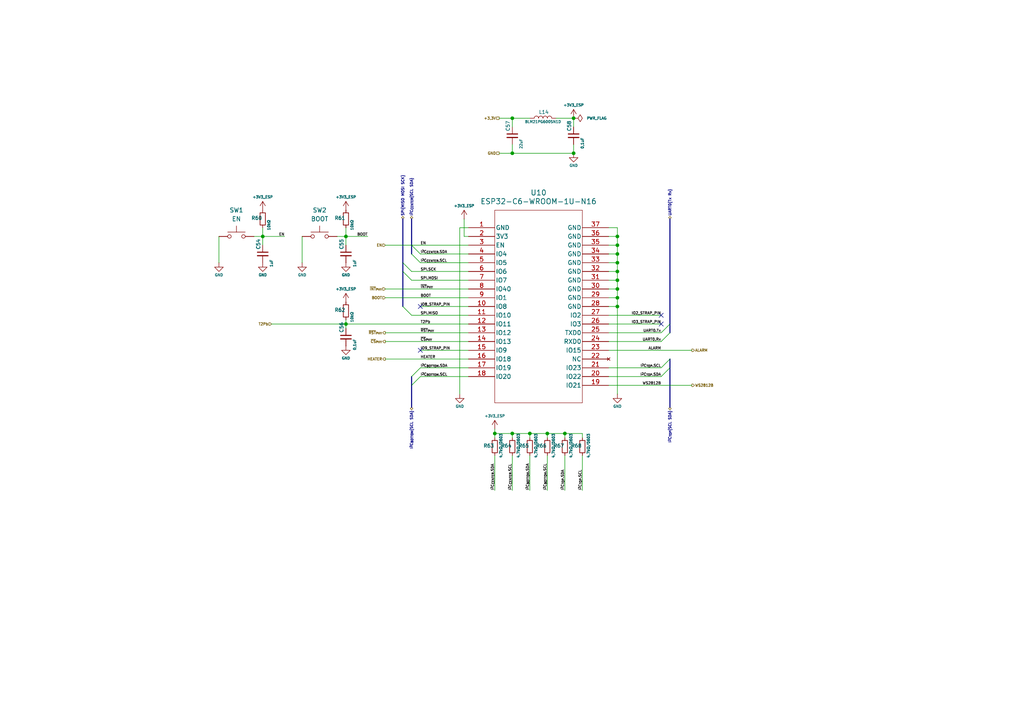
<source format=kicad_sch>
(kicad_sch (version 20250114) (generator "eeschema") (generator_version "9.0")
  (paper "A4")
  (title_block (title "Czujnik parametrów środowiskowych") (date "2026-01-20") (rev "1.0") (company "MarPi82"))
  (lib_symbols
    (symbol "Device:C_Small" (pin_numbers (hide yes)) (pin_names (offset 0.254) (hide yes))
      (property "Reference" "C" (at 0.254 1.778 0))
      (property "Value" "C_Small" (at 0.254 -2.032 0))
      (symbol "C_Small_0_1"
        (polyline (pts (xy -1.524 0.508) (xy 1.524 0.508)) (stroke (width 0.3048)))
        (polyline (pts (xy -1.524 -0.508) (xy 1.524 -0.508)) (stroke (width 0.3302)))
      )
      (symbol "C_Small_1_1"
        (pin passive line (at 0 2.54 270) (length 2.032) (name "~") (number "1"))
        (pin passive line (at 0 -2.54 90) (length 2.032) (name "~") (number "2"))
      )
    )
    (symbol "Device:L" (pin_numbers (hide yes)) (pin_names (offset 1.016) (hide yes))
      (property "Reference" "L" (at -1.27 0 90))
      (property "Value" "L" (at 1.905 0 90))
      (symbol "L_0_1"
        (arc (start 0 2.54) (mid 0.6323 1.905) (end 0 1.27))
        (arc (start 0 1.27) (mid 0.6323 0.635) (end 0 0))
        (arc (start 0 0) (mid 0.6323 -0.635) (end 0 -1.27))
        (arc (start 0 -1.27) (mid 0.6323 -1.905) (end 0 -2.54))
      )
      (symbol "L_1_1"
        (pin passive line (at 0 3.81 270) (length 1.27) (name "1") (number "1"))
        (pin passive line (at 0 -3.81 90) (length 1.27) (name "2") (number "2"))
      )
    )
    (symbol "Device:R_Small" (pin_numbers (hide yes)) (pin_names (offset 0.254) (hide yes))
      (property "Reference" "R" (at 0 0 90))
      (property "Value" "R_Small" (at 1.778 0 90))
      (symbol "R_Small_0_1"
        (rectangle (start -0.762 1.778) (end 0.762 -1.778) (stroke (width 0.2032)))
      )
      (symbol "R_Small_1_1"
        (pin passive line (at 0 2.54 270) (length 0.762) (name "~") (number "1"))
        (pin passive line (at 0 -2.54 90) (length 0.762) (name "~") (number "2"))
      )
    )
    (symbol "MarPi82:ESP32-C6-WROOM-1U" (pin_names (offset 0.254))
      (property "Reference" "U" (at 20.32 10.16 0))
      (property "Value" "ESP32-C6-WROOM-1U" (at 20.32 7.62 0))
      (symbol "ESP32-C6-WROOM-1U_0_1"
        (polyline (pts (xy 7.62 5.08) (xy 7.62 -50.8)) (stroke (width 0.127)))
        (polyline (pts (xy 7.62 -50.8) (xy 33.02 -50.8)) (stroke (width 0.127)))
        (polyline (pts (xy 33.02 5.08) (xy 7.62 5.08)) (stroke (width 0.127)))
        (polyline (pts (xy 33.02 -50.8) (xy 33.02 5.08)) (stroke (width 0.127)))
        (pin power_in line (at 0 -2.54 0) (length 7.62) (name "3V3") (number "2"))
        (pin input line (at 0 -5.08 0) (length 7.62) (name "EN") (number "3"))
        (pin bidirectional line (at 0 -7.62 0) (length 7.62) (name "IO4") (number "4"))
        (pin bidirectional line (at 0 -10.16 0) (length 7.62) (name "IO5") (number "5"))
        (pin bidirectional line (at 0 -12.7 0) (length 7.62) (name "IO6") (number "6"))
        (pin bidirectional line (at 0 -15.24 0) (length 7.62) (name "IO7") (number "7"))
        (pin bidirectional line (at 0 -17.78 0) (length 7.62) (name "IO40") (number "8"))
        (pin bidirectional line (at 0 -20.32 0) (length 7.62) (name "IO1") (number "9"))
        (pin bidirectional line (at 0 -22.86 0) (length 7.62) (name "IO8") (number "10"))
        (pin bidirectional line (at 0 -25.4 0) (length 7.62) (name "IO10") (number "11"))
        (pin bidirectional line (at 0 -27.94 0) (length 7.62) (name "IO11") (number "12"))
        (pin bidirectional line (at 0 -30.48 0) (length 7.62) (name "IO12") (number "13"))
        (pin bidirectional line (at 0 -33.02 0) (length 7.62) (name "IO13") (number "14"))
        (pin bidirectional line (at 0 -35.56 0) (length 7.62) (name "IO9") (number "15"))
        (pin bidirectional line (at 0 -38.1 0) (length 7.62) (name "IO18") (number "16"))
        (pin bidirectional line (at 0 -40.64 0) (length 7.62) (name "IO19") (number "17"))
        (pin bidirectional line (at 0 -43.18 0) (length 7.62) (name "IO20") (number "18"))
        (pin bidirectional line (at 40.64 -25.4 180) (length 7.62) (name "IO2") (number "27"))
        (pin bidirectional line (at 40.64 -27.94 180) (length 7.62) (name "IO3") (number "26"))
        (pin bidirectional line (at 40.64 -30.48 180) (length 7.62) (name "TXD0") (number "25"))
        (pin bidirectional line (at 40.64 -33.02 180) (length 7.62) (name "RXD0") (number "24"))
        (pin bidirectional line (at 40.64 -35.56 180) (length 7.62) (name "IO15") (number "23"))
        (pin no_connect line (at 40.64 -38.1 180) (length 7.62) (name "NC") (number "22"))
        (pin bidirectional line (at 40.64 -40.64 180) (length 7.62) (name "IO23") (number "21"))
        (pin bidirectional line (at 40.64 -43.18 180) (length 7.62) (name "IO22") (number "20"))
        (pin bidirectional line (at 40.64 -45.72 180) (length 7.62) (name "IO21") (number "19"))
      )
      (symbol "ESP32-C6-WROOM-1U_1_1"
        (pin power_in line (at 0 0 0) (length 7.62) (name "GND") (number "1"))
        (pin power_in line (at 40.64 0 180) (length 7.62) (name "GND") (number "37"))
        (pin power_in line (at 40.64 -2.54 180) (length 7.62) (name "GND") (number "36"))
        (pin power_in line (at 40.64 -5.08 180) (length 7.62) (name "GND") (number "35"))
        (pin power_in line (at 40.64 -7.62 180) (length 7.62) (name "GND") (number "34"))
        (pin power_in line (at 40.64 -10.16 180) (length 7.62) (name "GND") (number "33"))
        (pin power_in line (at 40.64 -12.7 180) (length 7.62) (name "GND") (number "32"))
        (pin power_in line (at 40.64 -15.24 180) (length 7.62) (name "GND") (number "31"))
        (pin power_in line (at 40.64 -17.78 180) (length 7.62) (name "GND") (number "30"))
        (pin power_in line (at 40.64 -20.32 180) (length 7.62) (name "GND") (number "29"))
        (pin power_in line (at 40.64 -22.86 180) (length 7.62) (name "GND") (number "28"))
      )
    )
    (symbol "Switch:SW_Push" (pin_numbers (hide yes)) (pin_names (offset 1.016) (hide yes))
      (property "Reference" "SW" (at 1.27 2.54 0))
      (property "Value" "SW_Push" (at 0 -1.524 0))
      (symbol "SW_Push_0_1"
        (circle (center -2.032 0) (radius 0.508))
        (polyline (pts (xy 0 1.27) (xy 0 3.048)))
        (circle (center 2.032 0) (radius 0.508))
        (polyline (pts (xy 2.54 1.27) (xy -2.54 1.27)))
        (pin passive line (at -5.08 0 0) (length 2.54) (name "1") (number "1"))
        (pin passive line (at 5.08 0 180) (length 2.54) (name "2") (number "2"))
      )
    )
    (symbol "power:+3V3" (power) (pin_numbers (hide yes)) (pin_names (offset 0) (hide yes))
      (property "Value" "+3V3" (at 0 3.556 0))
      (symbol "+3V3_0_1"
        (polyline (pts (xy -0.762 1.27) (xy 0 2.54)))
        (polyline (pts (xy 0 2.54) (xy 0.762 1.27)))
        (polyline (pts (xy 0 0) (xy 0 2.54)))
      )
      (symbol "+3V3_1_1"
        (pin power_in line (at 0 0 90) (length 0) (name "~") (number "1"))
      )
    )
    (symbol "power:GND" (power) (pin_numbers (hide yes)) (pin_names (offset 0) (hide yes))
      (property "Value" "GND" (at 0 -3.81 0))
      (symbol "GND_0_1"
        (polyline (pts (xy 0 0) (xy 0 -1.27) (xy 1.27 -1.27) (xy 0 -2.54) (xy -1.27 -1.27) (xy 0 -1.27)))
      )
      (symbol "GND_1_1"
        (pin power_in line (at 0 0 270) (length 0) (name "~") (number "1"))
      )
    )
    (symbol "power:PWR_FLAG" (power) (pin_numbers (hide yes)) (pin_names (offset 0) (hide yes))
      (property "Value" "PWR_FLAG" (at 0 3.81 0))
      (symbol "PWR_FLAG_0_0"
        (pin power_out line (at 0 0 90) (length 0) (name "~") (number "1"))
      )
      (symbol "PWR_FLAG_0_1"
        (polyline (pts (xy 0 0) (xy 0 1.27) (xy -1.016 1.905) (xy 0 2.54) (xy 1.016 1.905) (xy 0 1.27)))
      )
    )
  )
  (junction (at 179.07 86.36))
  (junction (at 179.07 88.9))
  (junction (at 143.51 125.73))
  (junction (at 100.33 68.58))
  (junction (at 179.07 76.2))
  (junction (at 179.07 73.66))
  (junction (at 153.67 125.73))
  (junction (at 148.59 125.73))
  (junction (at 179.07 78.74))
  (junction (at 148.59 34.29))
  (junction (at 179.07 71.12))
  (junction (at 158.75 125.73))
  (junction (at 179.07 68.58))
  (junction (at 163.83 125.73))
  (junction (at 148.59 44.45))
  (junction (at 100.33 93.98))
  (junction (at 166.37 34.29))
  (junction (at 76.2 68.58))
  (junction (at 179.07 81.28))
  (junction (at 179.07 83.82))
  (junction (at 166.37 44.45))
  (no_connect (at 121.92 101.6))
  (no_connect (at 191.77 91.44))
  (no_connect (at 191.77 93.98))
  (no_connect (at 121.92 88.9))
  (bus_entry (at 116.84 76.2) (size 2.54 2.54))
  (bus_entry (at 116.84 88.9) (size 2.54 2.54))
  (bus_entry (at 119.38 109.22) (size 2.54 -2.54))
  (bus_entry (at 116.84 78.74) (size 2.54 2.54))
  (bus_entry (at 119.38 71.12) (size 2.54 2.54))
  (bus_entry (at 191.77 109.22) (size 2.54 -2.54))
  (bus_entry (at 191.77 106.68) (size 2.54 -2.54))
  (bus_entry (at 119.38 111.76) (size 2.54 -2.54))
  (bus_entry (at 191.77 99.06) (size 2.54 -2.54))
  (bus_entry (at 191.77 96.52) (size 2.54 -2.54))
  (bus_entry (at 119.38 73.66) (size 2.54 2.54))
  (wire (pts (xy 179.07 76.2) (xy 179.07 78.74)))
  (wire (pts (xy 176.53 66.04) (xy 179.07 66.04)))
  (wire (pts (xy 168.91 127) (xy 168.91 125.73)))
  (wire (pts (xy 176.53 106.68) (xy 191.77 106.68)))
  (wire (pts (xy 179.07 71.12) (xy 179.07 73.66)))
  (wire (pts (xy 73.66 68.58) (xy 76.2 68.58)))
  (wire (pts (xy 176.53 111.76) (xy 200.66 111.76)))
  (wire (pts (xy 111.76 86.36) (xy 135.89 86.36)))
  (wire (pts (xy 100.33 93.98) (xy 100.33 92.71)))
  (wire (pts (xy 76.2 68.58) (xy 76.2 71.12)))
  (wire (pts (xy 97.79 68.58) (xy 100.33 68.58)))
  (wire (pts (xy 87.63 68.58) (xy 87.63 76.2)))
  (wire (pts (xy 63.5 68.58) (xy 63.5 76.2)))
  (wire (pts (xy 148.59 132.08) (xy 148.59 142.24)))
  (bus (pts (xy 194.31 63.5) (xy 194.31 93.98)))
  (wire (pts (xy 148.59 34.29) (xy 153.67 34.29)))
  (wire (pts (xy 176.53 88.9) (xy 179.07 88.9)))
  (wire (pts (xy 153.67 125.73) (xy 148.59 125.73)))
  (wire (pts (xy 111.76 83.82) (xy 135.89 83.82)))
  (wire (pts (xy 179.07 68.58) (xy 179.07 71.12)))
  (wire (pts (xy 176.53 83.82) (xy 179.07 83.82)))
  (bus (pts (xy 194.31 104.14) (xy 194.31 106.68)))
  (wire (pts (xy 163.83 125.73) (xy 163.83 127)))
  (wire (pts (xy 176.53 68.58) (xy 179.07 68.58)))
  (wire (pts (xy 100.33 68.58) (xy 106.68 68.58)))
  (wire (pts (xy 100.33 95.25) (xy 100.33 93.98)))
  (wire (pts (xy 100.33 68.58) (xy 100.33 71.12)))
  (wire (pts (xy 78.74 93.98) (xy 100.33 93.98)))
  (wire (pts (xy 119.38 78.74) (xy 135.89 78.74)))
  (wire (pts (xy 176.53 71.12) (xy 179.07 71.12)))
  (wire (pts (xy 76.2 66.04) (xy 76.2 68.58)))
  (wire (pts (xy 143.51 132.08) (xy 143.51 142.24)))
  (wire (pts (xy 179.07 88.9) (xy 179.07 114.3)))
  (wire (pts (xy 121.92 106.68) (xy 135.89 106.68)))
  (bus (pts (xy 194.31 93.98) (xy 194.31 96.52)))
  (wire (pts (xy 111.76 104.14) (xy 135.89 104.14)))
  (wire (pts (xy 135.89 68.58) (xy 134.62 68.58)))
  (wire (pts (xy 176.53 96.52) (xy 191.77 96.52)))
  (wire (pts (xy 179.07 78.74) (xy 179.07 81.28)))
  (wire (pts (xy 176.53 81.28) (xy 179.07 81.28)))
  (bus (pts (xy 116.84 76.2) (xy 116.84 78.74)))
  (wire (pts (xy 121.92 73.66) (xy 135.89 73.66)))
  (wire (pts (xy 144.78 44.45) (xy 148.59 44.45)))
  (bus (pts (xy 119.38 71.12) (xy 119.38 73.66)))
  (wire (pts (xy 168.91 132.08) (xy 168.91 142.24)))
  (bus (pts (xy 194.31 106.68) (xy 194.31 118.11)))
  (wire (pts (xy 176.53 99.06) (xy 191.77 99.06)))
  (wire (pts (xy 176.53 86.36) (xy 179.07 86.36)))
  (wire (pts (xy 163.83 125.73) (xy 158.75 125.73)))
  (wire (pts (xy 176.53 78.74) (xy 179.07 78.74)))
  (wire (pts (xy 166.37 34.29) (xy 166.37 36.83)))
  (wire (pts (xy 111.76 71.12) (xy 119.38 71.12)))
  (wire (pts (xy 176.53 76.2) (xy 179.07 76.2)))
  (wire (pts (xy 176.53 101.6) (xy 200.66 101.6)))
  (wire (pts (xy 176.53 91.44) (xy 191.77 91.44)))
  (bus (pts (xy 116.84 78.74) (xy 116.84 88.9)))
  (wire (pts (xy 148.59 36.83) (xy 148.59 34.29)))
  (wire (pts (xy 143.51 124.46) (xy 143.51 125.73)))
  (wire (pts (xy 148.59 41.91) (xy 148.59 44.45)))
  (wire (pts (xy 121.92 101.6) (xy 135.89 101.6)))
  (wire (pts (xy 143.51 125.73) (xy 143.51 127)))
  (wire (pts (xy 176.53 93.98) (xy 191.77 93.98)))
  (bus (pts (xy 119.38 109.22) (xy 119.38 111.76)))
  (bus (pts (xy 116.84 63.5) (xy 116.84 76.2)))
  (wire (pts (xy 121.92 76.2) (xy 135.89 76.2)))
  (wire (pts (xy 158.75 132.08) (xy 158.75 142.24)))
  (wire (pts (xy 148.59 125.73) (xy 148.59 127)))
  (wire (pts (xy 100.33 66.04) (xy 100.33 68.58)))
  (wire (pts (xy 166.37 44.45) (xy 166.37 41.91)))
  (wire (pts (xy 153.67 125.73) (xy 153.67 127)))
  (wire (pts (xy 179.07 66.04) (xy 179.07 68.58)))
  (wire (pts (xy 176.53 109.22) (xy 191.77 109.22)))
  (wire (pts (xy 111.76 99.06) (xy 135.89 99.06)))
  (wire (pts (xy 158.75 125.73) (xy 153.67 125.73)))
  (wire (pts (xy 119.38 91.44) (xy 135.89 91.44)))
  (wire (pts (xy 179.07 81.28) (xy 179.07 83.82)))
  (wire (pts (xy 148.59 44.45) (xy 166.37 44.45)))
  (wire (pts (xy 148.59 125.73) (xy 143.51 125.73)))
  (wire (pts (xy 179.07 86.36) (xy 179.07 88.9)))
  (wire (pts (xy 135.89 66.04) (xy 133.35 66.04)))
  (wire (pts (xy 134.62 68.58) (xy 134.62 63.5)))
  (wire (pts (xy 179.07 83.82) (xy 179.07 86.36)))
  (wire (pts (xy 144.78 34.29) (xy 148.59 34.29)))
  (wire (pts (xy 153.67 132.08) (xy 153.67 142.24)))
  (wire (pts (xy 121.92 88.9) (xy 135.89 88.9)))
  (wire (pts (xy 119.38 81.28) (xy 135.89 81.28)))
  (bus (pts (xy 119.38 63.5) (xy 119.38 71.12)))
  (wire (pts (xy 100.33 93.98) (xy 135.89 93.98)))
  (bus (pts (xy 119.38 111.76) (xy 119.38 118.11)))
  (wire (pts (xy 121.92 109.22) (xy 135.89 109.22)))
  (wire (pts (xy 161.29 34.29) (xy 166.37 34.29)))
  (wire (pts (xy 76.2 68.58) (xy 82.55 68.58)))
  (wire (pts (xy 163.83 132.08) (xy 163.83 142.24)))
  (wire (pts (xy 133.35 66.04) (xy 133.35 114.3)))
  (wire (pts (xy 119.38 71.12) (xy 135.89 71.12)))
  (wire (pts (xy 179.07 73.66) (xy 179.07 76.2)))
  (wire (pts (xy 168.91 125.73) (xy 163.83 125.73)))
  (wire (pts (xy 111.76 96.52) (xy 135.89 96.52)))
  (wire (pts (xy 158.75 127) (xy 158.75 125.73)))
  (wire (pts (xy 176.53 73.66) (xy 179.07 73.66)))
  (label "EN" (at 82.55 68.58 180) (effects (font (size 0.762 0.762))))
  (label "WS2812B" (at 191.77 111.76 180) (effects (font (size 0.762 0.762))))
  (label "IO8_STRAP_PIN" (at 121.92 88.9 0) (effects (font (size 0.762 0.762))))
  (label "I^{2}C_{TOP}.SDA" (at 163.83 142.24 90) (effects (font (size 0.762 0.762))))
  (label "SPI.SCK" (at 121.92 78.74 0) (effects (font (size 0.762 0.762))))
  (label "~{RST}_{PHY}" (at 121.92 96.52 0) (effects (font (size 0.762 0.762))))
  (label "I^{2}C_{CENTER}.SCL" (at 148.59 142.24 90) (effects (font (size 0.762 0.762))))
  (label "HEATER" (at 121.92 104.14 0) (effects (font (size 0.762 0.762))))
  (label "ALARM" (at 191.77 101.6 180) (effects (font (size 0.762 0.762))))
  (label "IO3_STRAP_PIN" (at 191.77 93.98 180) (effects (font (size 0.762 0.762))))
  (label "~{INT}_{PHY}" (at 121.92 83.82 0) (effects (font (size 0.762 0.762))))
  (label "I^{2}C_{TOP}.SDA" (at 191.77 109.22 180) (effects (font (size 0.762 0.762))))
  (label "I^{2}C_{CENTER}.SDA" (at 143.51 142.24 90) (effects (font (size 0.762 0.762))))
  (label "I^{2}C_{BOTTOM}.SDA" (at 153.67 142.24 90) (effects (font (size 0.762 0.762))))
  (label "EN" (at 121.92 71.12 0) (effects (font (size 0.762 0.762))))
  (label "~{CS}_{PHY}" (at 121.92 99.06 0) (effects (font (size 0.762 0.762))))
  (label "I^{2}C_{BOTTOM}.SDA" (at 121.92 106.68 0) (effects (font (size 0.762 0.762))))
  (label "I^{2}C_{CENTER}.SDA" (at 121.92 73.66 0) (effects (font (size 0.762 0.762))))
  (label "I^{2}C_{BOTTOM}.SCL" (at 158.75 142.24 90) (effects (font (size 0.762 0.762))))
  (label "I^{2}C_{CENTER}.SCL" (at 121.92 76.2 0) (effects (font (size 0.762 0.762))))
  (label "SPI.MOSI" (at 121.92 81.28 0) (effects (font (size 0.762 0.762))))
  (label "UART0.Tx" (at 191.77 96.52 180) (effects (font (size 0.762 0.762))))
  (label "BOOT" (at 121.92 86.36 0) (effects (font (size 0.762 0.762))))
  (label "I^{2}C_{BOTTOM}.SCL" (at 121.92 109.22 0) (effects (font (size 0.762 0.762))))
  (label "BOOT" (at 106.68 68.58 180) (effects (font (size 0.762 0.762))))
  (label "I^{2}C_{TOP}.SCL" (at 168.91 142.24 90) (effects (font (size 0.762 0.762))))
  (label "SPI.MISO" (at 121.92 91.44 0) (effects (font (size 0.762 0.762))))
  (label "T2Pb" (at 121.92 93.98 0) (effects (font (size 0.762 0.762))))
  (label "IO2_STRAP_PIN" (at 191.77 91.44 180) (effects (font (size 0.762 0.762))))
  (label "I^{2}C_{TOP}.SCL" (at 191.77 106.68 180) (effects (font (size 0.762 0.762))))
  (label "IO9_STRAP_PIN" (at 121.92 101.6 0) (effects (font (size 0.762 0.762))))
  (label "UART0.Rx" (at 191.77 99.06 180) (effects (font (size 0.762 0.762))))
  (hierarchical_label "~{INT}_{PHY}" (shape input) (at 111.76 83.82 180) (effects (font (size 0.762 0.762))))
  (hierarchical_label "WS2812B" (shape output) (at 200.66 111.76 0) (effects (font (size 0.762 0.762))))
  (hierarchical_label "T2Pb" (shape input) (at 78.74 93.98 180) (effects (font (size 0.762 0.762))))
  (hierarchical_label "HEATER" (shape output) (at 111.76 104.14 180) (effects (font (size 0.762 0.762))))
  (hierarchical_label "~{RST}_{PHY}" (shape output) (at 111.76 96.52 180) (effects (font (size 0.762 0.762))))
  (hierarchical_label "GND" (shape passive) (at 144.78 44.45 180) (effects (font (size 0.762 0.762))))
  (hierarchical_label "UART0{Tx Rx}" (shape bidirectional) (at 194.31 63.5 90) (effects (font (size 0.762 0.762))))
  (hierarchical_label "I^{2}C_{CENTER}{SCL SDA}" (shape tri_state) (at 119.38 63.5 90) (effects (font (size 0.762 0.762))))
  (hierarchical_label "+3,3V" (shape passive) (at 144.78 34.29 180) (effects (font (size 0.762 0.762))))
  (hierarchical_label "ALARM" (shape output) (at 200.66 101.6 0) (effects (font (size 0.762 0.762))))
  (hierarchical_label "~{CS}_{PHY}" (shape output) (at 111.76 99.06 180) (effects (font (size 0.762 0.762))))
  (hierarchical_label "BOOT" (shape input) (at 111.76 86.36 180) (effects (font (size 0.762 0.762))))
  (hierarchical_label "I^{2}C_{BOTTOM}{SCL SDA}" (shape tri_state) (at 119.38 118.11 270) (effects (font (size 0.762 0.762))))
  (hierarchical_label "SPI{MISO MOSI SCK}" (shape tri_state) (at 116.84 63.5 90) (effects (font (size 0.762 0.762))))
  (hierarchical_label "EN" (shape input) (at 111.76 71.12 180) (effects (font (size 0.762 0.762))))
  (hierarchical_label "I^{2}C_{TOP}{SCL SDA}" (shape tri_state) (at 194.31 118.11 270) (effects (font (size 0.762 0.762))))
  (symbol (lib_id "power:+3V3") (at 166.37 34.29 0) (unit 1)
    (property "Reference" "#PWR088" (effects (hide yes)))
    (property "Value" "+3V3_ESP" (at 166.37 30.48 0) (effects (font (size 0.762 0.762))))
    (property "Description" "Power symbol creates a global label with name \"+3V3\"" (effects (hide yes)))
  )
  (symbol (lib_id "MarPi82:ESP32-C6-WROOM-1U") (at 135.89 66.04 0) (unit 1)
    (property "Reference" "U10" (at 156.21 55.88 0) (effects (font (size 1.524 1.524))))
    (property "Value" "ESP32-C6-WROOM-1U-N16" (at 156.21 58.42 0) (effects (font (size 1.524 1.524))))
    (property "Footprint" "MarPi82:ESP32-C6-WROOM-1U" (effects (hide yes)))
    (property "Datasheet" "ESP32-C6-WROOM-1U" (effects (hide yes)))
    (property "Part name" "ESP32-C6-WROOM-1U-N16" (effects (hide yes)))
  )
  (symbol (lib_id "Switch:SW_Push") (at 92.71 68.58 0) (unit 1)
    (property "Reference" "SW2" (at 92.71 60.96 0))
    (property "Value" "BOOT" (at 92.71 63.5 0))
    (property "Footprint" "Button_Switch_SMD:SW_SPST_FSMSM" (effects (hide yes)))
    (property "Description" "Tactile Switch SPST-NO Top Actuated Surface Mount" (effects (hide yes)))
    (property "Part name" "FSMSM" (effects (hide yes)))
  )
  (symbol (lib_id "power:GND") (at 100.33 76.2 0) (unit 1)
    (property "Reference" "#PWR082" (effects (hide yes)))
    (property "Value" "GND" (at 100.33 79.756 0) (effects (font (size 0.762 0.762))))
    (property "Description" "Power symbol creates a global label with name \"GND\" , ground" (effects (hide yes)))
  )
  (symbol (lib_id "Device:C_Small") (at 148.59 39.37 0) (unit 1)
    (property "Reference" "C57" (at 147.32 38.1 90) (effects (font (size 1.016 1.016)) (justify left)))
    (property "Value" "22uF" (at 151.13 43.18 90) (effects (font (size 0.762 0.762)) (justify left)))
    (property "Footprint" "Capacitor_SMD:C_1210_3225Metric" (effects (hide yes)))
    (property "Description" "Unpolarized capacitor, small symbol" (effects (hide yes)))
    (property "DigiKey_Part_Number" "1276-3392-1-ND" (effects (hide yes)))
    (property "Manufacturer_Name" "CL32B226KAJNNNE" (effects (hide yes)))
    (property "Manufacturer_Part_Number" "Samsung" (effects (hide yes)))
    (property "PACKAGE" "2110" (effects (hide yes)))
    (property "Rated_Voltage" "25V" (effects (hide yes)))
    (property "Temperature_Coefficient" "X7R" (effects (hide yes)))
  )
  (symbol (lib_id "power:GND") (at 76.2 76.2 0) (unit 1)
    (property "Reference" "#PWR079" (effects (hide yes)))
    (property "Value" "GND" (at 76.2 79.756 0) (effects (font (size 0.762 0.762))))
    (property "Description" "Power symbol creates a global label with name \"GND\" , ground" (effects (hide yes)))
  )
  (symbol (lib_id "power:GND") (at 166.37 44.45 0) (unit 1)
    (property "Reference" "#PWR089" (effects (hide yes)))
    (property "Value" "GND" (at 166.37 48.006 0) (effects (font (size 0.762 0.762))))
    (property "Description" "Power symbol creates a global label with name \"GND\" , ground" (effects (hide yes)))
  )
  (symbol (lib_id "Device:R_Small") (at 168.91 129.54 0) (unit 1)
    (property "Reference" "R68" (at 165.608 129.286 0) (effects (font (size 1.016 1.016)) (justify left)))
    (property "Value" "4,7kΩ/0603" (at 170.688 132.842 90) (effects (font (size 0.762 0.762)) (justify left)))
    (property "Footprint" "Resistor_SMD:R_0603_1608Metric" (effects (hide yes)))
    (property "Description" "Resistor, small symbol" (effects (hide yes)))
    (property "Part name" "RCS06034K70FKEA" (effects (hide yes)))
  )
  (symbol (lib_id "power:GND") (at 63.5 76.2 0) (unit 1)
    (property "Reference" "#PWR077" (effects (hide yes)))
    (property "Value" "GND" (at 63.5 79.756 0) (effects (font (size 0.762 0.762))))
    (property "Description" "Power symbol creates a global label with name \"GND\" , ground" (effects (hide yes)))
  )
  (symbol (lib_id "Device:C_Small") (at 100.33 73.66 0) (unit 1)
    (property "Reference" "C55" (at 99.06 72.39 90) (effects (font (size 1.016 1.016)) (justify left)))
    (property "Value" "1uF" (at 102.87 77.47 90) (effects (font (size 0.762 0.762)) (justify left)))
    (property "Footprint" "Capacitor_SMD:C_0805_2012Metric" (effects (hide yes)))
    (property "Description" "Unpolarized capacitor, small symbol" (effects (hide yes)))
    (property "DigiKey_Part_Number" "1276-1066-1-ND" (effects (hide yes)))
    (property "Manufacturer_Name" "CL21B105KAFNNNE" (effects (hide yes)))
    (property "Manufacturer_Part_Number" "Samsung" (effects (hide yes)))
    (property "PACKAGE" "0805" (effects (hide yes)))
    (property "Rated_Voltage" "25V" (effects (hide yes)))
    (property "Temperature_Coefficient" "X7R" (effects (hide yes)))
  )
  (symbol (lib_id "power:+3V3") (at 100.33 87.63 0) (unit 1)
    (property "Reference" "#PWR083" (effects (hide yes)))
    (property "Value" "+3V3_ESP" (at 100.33 83.82 0) (effects (font (size 0.762 0.762))))
    (property "Description" "Power symbol creates a global label with name \"+3V3\"" (effects (hide yes)))
  )
  (symbol (lib_id "power:GND") (at 133.35 114.3 0) (unit 1)
    (property "Reference" "#PWR085" (effects (hide yes)))
    (property "Value" "GND" (at 133.35 117.856 0) (effects (font (size 0.762 0.762))))
    (property "Description" "Power symbol creates a global label with name \"GND\" , ground" (effects (hide yes)))
  )
  (symbol (lib_id "power:GND") (at 100.33 100.33 0) (unit 1)
    (property "Reference" "#PWR084" (effects (hide yes)))
    (property "Value" "GND" (at 100.33 103.886 0) (effects (font (size 0.762 0.762))))
    (property "Description" "Power symbol creates a global label with name \"GND\" , ground" (effects (hide yes)))
  )
  (symbol (lib_id "power:+3V3") (at 143.51 124.46 0) (unit 1)
    (property "Reference" "#PWR087" (effects (hide yes)))
    (property "Value" "+3V3_ESP" (at 143.51 120.65 0) (effects (font (size 0.762 0.762))))
    (property "Description" "Power symbol creates a global label with name \"+3V3\"" (effects (hide yes)))
  )
  (symbol (lib_id "Switch:SW_Push") (at 68.58 68.58 0) (unit 1)
    (property "Reference" "SW1" (at 68.58 60.96 0))
    (property "Value" "EN" (at 68.58 63.5 0))
    (property "Footprint" "Button_Switch_SMD:SW_SPST_FSMSM" (effects (hide yes)))
    (property "Description" "Tactile Switch SPST-NO Top Actuated Surface Mount" (effects (hide yes)))
    (property "Part name" "FSMSM" (effects (hide yes)))
  )
  (symbol (lib_id "power:PWR_FLAG") (at 166.37 34.29 270) (unit 1)
    (property "Reference" "#FLG017" (effects (hide yes)))
    (property "Value" "PWR_FLAG" (at 170.18 34.29 90) (effects (font (size 0.762 0.762)) (justify left)))
    (property "Description" "Special symbol for telling ERC where power comes from" (effects (hide yes)))
  )
  (symbol (lib_id "Device:R_Small") (at 163.83 129.54 0) (unit 1)
    (property "Reference" "R67" (at 160.528 129.286 0) (effects (font (size 1.016 1.016)) (justify left)))
    (property "Value" "4,7kΩ/0603" (at 165.608 132.842 90) (effects (font (size 0.762 0.762)) (justify left)))
    (property "Footprint" "Resistor_SMD:R_0603_1608Metric" (effects (hide yes)))
    (property "Description" "Resistor, small symbol" (effects (hide yes)))
    (property "Part name" "RCS06034K70FKEA" (effects (hide yes)))
  )
  (symbol (lib_id "Device:C_Small") (at 100.33 97.79 0) (unit 1)
    (property "Reference" "C56" (at 99.06 96.52 90) (effects (font (size 1.016 1.016)) (justify left)))
    (property "Value" "0,1uF" (at 102.87 101.6 90) (effects (font (size 0.762 0.762)) (justify left)))
    (property "Footprint" "Capacitor_SMD:C_0603_1608Metric" (effects (hide yes)))
    (property "Description" "Unpolarized capacitor, small symbol" (effects (hide yes)))
    (property "DigiKey_Part_Number" "1276-1018-1-ND" (effects (hide yes)))
    (property "Manufacturer_Name" "CL10B102KB8NNNC" (effects (hide yes)))
    (property "Manufacturer_Part_Number" "Samsung" (effects (hide yes)))
    (property "PACKAGE" "0603" (effects (hide yes)))
    (property "Rated_Voltage" "50V" (effects (hide yes)))
    (property "Temperature_Coefficient" "X7R" (effects (hide yes)))
  )
  (symbol (lib_id "power:GND") (at 87.63 76.2 0) (unit 1)
    (property "Reference" "#PWR080" (effects (hide yes)))
    (property "Value" "GND" (at 87.63 79.756 0) (effects (font (size 0.762 0.762))))
    (property "Description" "Power symbol creates a global label with name \"GND\" , ground" (effects (hide yes)))
  )
  (symbol (lib_id "power:+3V3") (at 100.33 60.96 0) (unit 1)
    (property "Reference" "#PWR081" (effects (hide yes)))
    (property "Value" "+3V3_ESP" (at 100.33 57.15 0) (effects (font (size 0.762 0.762))))
    (property "Description" "Power symbol creates a global label with name \"+3V3\"" (effects (hide yes)))
  )
  (symbol (lib_id "power:+3V3") (at 134.62 63.5 0) (unit 1)
    (property "Reference" "#PWR086" (effects (hide yes)))
    (property "Value" "+3V3_ESP" (at 134.62 59.69 0) (effects (font (size 0.762 0.762))))
    (property "Description" "Power symbol creates a global label with name \"+3V3\"" (effects (hide yes)))
  )
  (symbol (lib_id "Device:R_Small") (at 148.59 129.54 0) (unit 1)
    (property "Reference" "R64" (at 145.288 129.286 0) (effects (font (size 1.016 1.016)) (justify left)))
    (property "Value" "4,7kΩ/0603" (at 150.368 132.842 90) (effects (font (size 0.762 0.762)) (justify left)))
    (property "Footprint" "Resistor_SMD:R_0603_1608Metric" (effects (hide yes)))
    (property "Description" "Resistor, small symbol" (effects (hide yes)))
    (property "Part name" "RCS06034K70FKEA" (effects (hide yes)))
  )
  (symbol (lib_id "Device:R_Small") (at 100.33 63.5 0) (unit 1)
    (property "Reference" "R61" (at 97.028 63.246 0) (effects (font (size 1.016 1.016)) (justify left)))
    (property "Value" "10kΩ" (at 102.108 66.802 90) (effects (font (size 0.762 0.762)) (justify left)))
    (property "Footprint" "Resistor_SMD:R_0603_1608Metric" (effects (hide yes)))
    (property "Description" "Resistor, small symbol" (effects (hide yes)))
    (property "DigiKey_Part_Number" "541-10.0KHCT-ND" (effects (hide yes)))
    (property "Power" "0.125W, 1/8W" (effects (hide yes)))
    (property "Tolerance" "1%" (effects (hide yes)))
    (property "Manufacturer_Name" "CRCW060310K0FKEA" (effects (hide yes)))
    (property "Manufacturer_Part_Number" "Vishay Dale" (effects (hide yes)))
    (property "PACKAGE" "0603" (effects (hide yes)))
  )
  (symbol (lib_id "Device:R_Small") (at 76.2 63.5 0) (unit 1)
    (property "Reference" "R60" (at 72.898 63.246 0) (effects (font (size 1.016 1.016)) (justify left)))
    (property "Value" "10kΩ" (at 77.978 66.802 90) (effects (font (size 0.762 0.762)) (justify left)))
    (property "Footprint" "Resistor_SMD:R_0603_1608Metric" (effects (hide yes)))
    (property "Description" "Resistor, small symbol" (effects (hide yes)))
    (property "DigiKey_Part_Number" "541-10.0KHCT-ND" (effects (hide yes)))
    (property "Power" "0.125W, 1/8W" (effects (hide yes)))
    (property "Tolerance" "1%" (effects (hide yes)))
    (property "Manufacturer_Name" "CRCW060310K0FKEA" (effects (hide yes)))
    (property "Manufacturer_Part_Number" "Vishay Dale" (effects (hide yes)))
    (property "PACKAGE" "0603" (effects (hide yes)))
  )
  (symbol (lib_id "Device:C_Small") (at 76.2 73.66 0) (unit 1)
    (property "Reference" "C54" (at 74.93 72.39 90) (effects (font (size 1.016 1.016)) (justify left)))
    (property "Value" "1uF" (at 78.74 77.47 90) (effects (font (size 0.762 0.762)) (justify left)))
    (property "Footprint" "Capacitor_SMD:C_0805_2012Metric" (effects (hide yes)))
    (property "Description" "Unpolarized capacitor, small symbol" (effects (hide yes)))
    (property "DigiKey_Part_Number" "1276-1066-1-ND" (effects (hide yes)))
    (property "Manufacturer_Name" "CL21B105KAFNNNE" (effects (hide yes)))
    (property "Manufacturer_Part_Number" "Samsung" (effects (hide yes)))
    (property "PACKAGE" "0805" (effects (hide yes)))
    (property "Rated_Voltage" "25V" (effects (hide yes)))
    (property "Temperature_Coefficient" "X7R" (effects (hide yes)))
  )
  (symbol (lib_id "Device:R_Small") (at 153.67 129.54 0) (unit 1)
    (property "Reference" "R65" (at 150.368 129.286 0) (effects (font (size 1.016 1.016)) (justify left)))
    (property "Value" "4,7kΩ/0603" (at 155.448 132.842 90) (effects (font (size 0.762 0.762)) (justify left)))
    (property "Footprint" "Resistor_SMD:R_0603_1608Metric" (effects (hide yes)))
    (property "Description" "Resistor, small symbol" (effects (hide yes)))
    (property "Part name" "RCS06034K70FKEA" (effects (hide yes)))
  )
  (symbol (lib_id "power:GND") (at 179.07 114.3 0) (unit 1)
    (property "Reference" "#PWR090" (effects (hide yes)))
    (property "Value" "GND" (at 179.07 117.856 0) (effects (font (size 0.762 0.762))))
    (property "Description" "Power symbol creates a global label with name \"GND\" , ground" (effects (hide yes)))
  )
  (symbol (lib_id "power:+3V3") (at 76.2 60.96 0) (unit 1)
    (property "Reference" "#PWR078" (effects (hide yes)))
    (property "Value" "+3V3_ESP" (at 76.2 57.15 0) (effects (font (size 0.762 0.762))))
    (property "Description" "Power symbol creates a global label with name \"+3V3\"" (effects (hide yes)))
  )
  (symbol (lib_id "Device:R_Small") (at 158.75 129.54 0) (unit 1)
    (property "Reference" "R66" (at 155.448 129.286 0) (effects (font (size 1.016 1.016)) (justify left)))
    (property "Value" "4,7kΩ/0603" (at 160.528 132.842 90) (effects (font (size 0.762 0.762)) (justify left)))
    (property "Footprint" "Resistor_SMD:R_0603_1608Metric" (effects (hide yes)))
    (property "Description" "Resistor, small symbol" (effects (hide yes)))
    (property "Part name" "RCS06034K70FKEA" (effects (hide yes)))
  )
  (symbol (lib_id "Device:R_Small") (at 100.33 90.17 0) (unit 1)
    (property "Reference" "R62" (at 97.028 89.916 0) (effects (font (size 1.016 1.016)) (justify left)))
    (property "Value" "10kΩ" (at 102.108 93.472 90) (effects (font (size 0.762 0.762)) (justify left)))
    (property "Footprint" "Resistor_SMD:R_0603_1608Metric" (effects (hide yes)))
    (property "Description" "Resistor, small symbol" (effects (hide yes)))
    (property "DigiKey_Part_Number" "541-10.0KHCT-ND" (effects (hide yes)))
    (property "Power" "0.125W, 1/8W" (effects (hide yes)))
    (property "Tolerance" "1%" (effects (hide yes)))
    (property "Manufacturer_Name" "CRCW060310K0FKEA" (effects (hide yes)))
    (property "Manufacturer_Part_Number" "Vishay Dale" (effects (hide yes)))
    (property "PACKAGE" "0603" (effects (hide yes)))
  )
  (symbol (lib_id "Device:L") (at 157.48 34.29 90) (unit 1)
    (property "Reference" "L14" (at 157.734 32.512 90) (effects (font (size 1.016 1.016))))
    (property "Value" "BLM21PG600SN1D" (at 157.48 35.306 90) (effects (font (size 0.762 0.762))))
    (property "Footprint" "Inductor_SMD:L_0805_2012Metric" (effects (hide yes)))
    (property "Description" "Inductor" (effects (hide yes)))
    (property "DigiKey_Part_Number" "490-1053-1-ND" (effects (hide yes)))
    (property "Manufacturer_Name" "BLM21PG600SN1D" (effects (hide yes)))
    (property "Manufacturer_Part_Number" "Murata Electronics" (effects (hide yes)))
  )
  (symbol (lib_id "Device:R_Small") (at 143.51 129.54 0) (unit 1)
    (property "Reference" "R63" (at 140.208 129.286 0) (effects (font (size 1.016 1.016)) (justify left)))
    (property "Value" "4,7kΩ/0603" (at 145.288 132.842 90) (effects (font (size 0.762 0.762)) (justify left)))
    (property "Footprint" "Resistor_SMD:R_0603_1608Metric" (effects (hide yes)))
    (property "Description" "Resistor, small symbol" (effects (hide yes)))
    (property "Part name" "RCS06034K70FKEA" (effects (hide yes)))
  )
  (symbol (lib_id "Device:C_Small") (at 166.37 39.37 0) (unit 1)
    (property "Reference" "C58" (at 165.1 38.1 90) (effects (font (size 1.016 1.016)) (justify left)))
    (property "Value" "0,1uF" (at 168.91 43.18 90) (effects (font (size 0.762 0.762)) (justify left)))
    (property "Footprint" "Capacitor_SMD:C_0603_1608Metric" (effects (hide yes)))
    (property "Description" "Unpolarized capacitor, small symbol" (effects (hide yes)))
    (property "DigiKey_Part_Number" "1276-1018-1-ND" (effects (hide yes)))
    (property "Manufacturer_Name" "CL10B102KB8NNNC" (effects (hide yes)))
    (property "Manufacturer_Part_Number" "Samsung" (effects (hide yes)))
    (property "PACKAGE" "0603" (effects (hide yes)))
    (property "Rated_Voltage" "50V" (effects (hide yes)))
    (property "Temperature_Coefficient" "X7R" (effects (hide yes)))
  )
)
</source>
